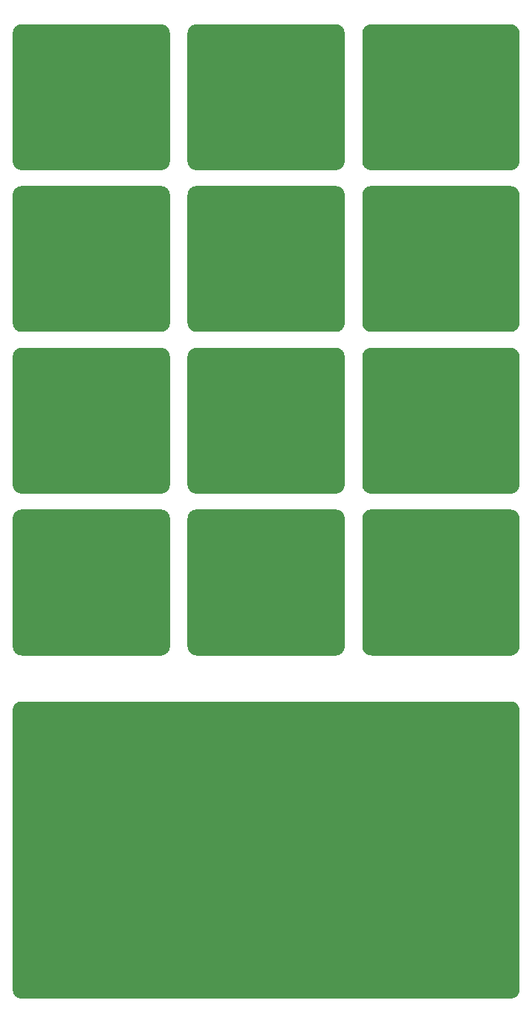
<source format=gbr>
G04 #@! TF.GenerationSoftware,KiCad,Pcbnew,(5.1.7)-1*
G04 #@! TF.CreationDate,2020-11-09T16:31:24+01:00*
G04 #@! TF.ProjectId,Touch-Flaeche,546f7563-682d-4466-9c61-656368652e6b,0.1*
G04 #@! TF.SameCoordinates,Original*
G04 #@! TF.FileFunction,Copper,L2,Bot*
G04 #@! TF.FilePolarity,Positive*
%FSLAX46Y46*%
G04 Gerber Fmt 4.6, Leading zero omitted, Abs format (unit mm)*
G04 Created by KiCad (PCBNEW (5.1.7)-1) date 2020-11-09 16:31:24*
%MOMM*%
%LPD*%
G01*
G04 APERTURE LIST*
G04 #@! TA.AperFunction,ViaPad*
%ADD10C,0.800000*%
G04 #@! TD*
G04 APERTURE END LIST*
G04 #@! TA.AperFunction,SMDPad,CuDef*
G36*
G01*
X93000000Y-145814000D02*
X93000000Y-113786000D01*
G75*
G02*
X93986000Y-112800000I986000J0D01*
G01*
X150014000Y-112800000D01*
G75*
G02*
X151000000Y-113786000I0J-986000D01*
G01*
X151000000Y-145814000D01*
G75*
G02*
X150014000Y-146800000I-986000J0D01*
G01*
X93986000Y-146800000D01*
G75*
G02*
X93000000Y-145814000I0J986000D01*
G01*
G37*
G04 #@! TD.AperFunction*
G04 #@! TA.AperFunction,SMDPad,CuDef*
G36*
G01*
X133000000Y-106531300D02*
X133000000Y-91868700D01*
G75*
G02*
X134018700Y-90850000I1018700J0D01*
G01*
X149981300Y-90850000D01*
G75*
G02*
X151000000Y-91868700I0J-1018700D01*
G01*
X151000000Y-106531300D01*
G75*
G02*
X149981300Y-107550000I-1018700J0D01*
G01*
X134018700Y-107550000D01*
G75*
G02*
X133000000Y-106531300I0J1018700D01*
G01*
G37*
G04 #@! TD.AperFunction*
G04 #@! TA.AperFunction,SMDPad,CuDef*
G36*
G01*
X133000000Y-88031300D02*
X133000000Y-73368700D01*
G75*
G02*
X134018700Y-72350000I1018700J0D01*
G01*
X149981300Y-72350000D01*
G75*
G02*
X151000000Y-73368700I0J-1018700D01*
G01*
X151000000Y-88031300D01*
G75*
G02*
X149981300Y-89050000I-1018700J0D01*
G01*
X134018700Y-89050000D01*
G75*
G02*
X133000000Y-88031300I0J1018700D01*
G01*
G37*
G04 #@! TD.AperFunction*
G04 #@! TA.AperFunction,SMDPad,CuDef*
G36*
G01*
X133000000Y-69531300D02*
X133000000Y-54868700D01*
G75*
G02*
X134018700Y-53850000I1018700J0D01*
G01*
X149981300Y-53850000D01*
G75*
G02*
X151000000Y-54868700I0J-1018700D01*
G01*
X151000000Y-69531300D01*
G75*
G02*
X149981300Y-70550000I-1018700J0D01*
G01*
X134018700Y-70550000D01*
G75*
G02*
X133000000Y-69531300I0J1018700D01*
G01*
G37*
G04 #@! TD.AperFunction*
G04 #@! TA.AperFunction,SMDPad,CuDef*
G36*
G01*
X133000000Y-51031300D02*
X133000000Y-36368700D01*
G75*
G02*
X134018700Y-35350000I1018700J0D01*
G01*
X149981300Y-35350000D01*
G75*
G02*
X151000000Y-36368700I0J-1018700D01*
G01*
X151000000Y-51031300D01*
G75*
G02*
X149981300Y-52050000I-1018700J0D01*
G01*
X134018700Y-52050000D01*
G75*
G02*
X133000000Y-51031300I0J1018700D01*
G01*
G37*
G04 #@! TD.AperFunction*
G04 #@! TA.AperFunction,SMDPad,CuDef*
G36*
G01*
X113000000Y-88031300D02*
X113000000Y-73368700D01*
G75*
G02*
X114018700Y-72350000I1018700J0D01*
G01*
X129981300Y-72350000D01*
G75*
G02*
X131000000Y-73368700I0J-1018700D01*
G01*
X131000000Y-88031300D01*
G75*
G02*
X129981300Y-89050000I-1018700J0D01*
G01*
X114018700Y-89050000D01*
G75*
G02*
X113000000Y-88031300I0J1018700D01*
G01*
G37*
G04 #@! TD.AperFunction*
G04 #@! TA.AperFunction,SMDPad,CuDef*
G36*
G01*
X113000000Y-106531300D02*
X113000000Y-91868700D01*
G75*
G02*
X114018700Y-90850000I1018700J0D01*
G01*
X129981300Y-90850000D01*
G75*
G02*
X131000000Y-91868700I0J-1018700D01*
G01*
X131000000Y-106531300D01*
G75*
G02*
X129981300Y-107550000I-1018700J0D01*
G01*
X114018700Y-107550000D01*
G75*
G02*
X113000000Y-106531300I0J1018700D01*
G01*
G37*
G04 #@! TD.AperFunction*
G04 #@! TA.AperFunction,SMDPad,CuDef*
G36*
G01*
X113000000Y-69531300D02*
X113000000Y-54868700D01*
G75*
G02*
X114018700Y-53850000I1018700J0D01*
G01*
X129981300Y-53850000D01*
G75*
G02*
X131000000Y-54868700I0J-1018700D01*
G01*
X131000000Y-69531300D01*
G75*
G02*
X129981300Y-70550000I-1018700J0D01*
G01*
X114018700Y-70550000D01*
G75*
G02*
X113000000Y-69531300I0J1018700D01*
G01*
G37*
G04 #@! TD.AperFunction*
G04 #@! TA.AperFunction,SMDPad,CuDef*
G36*
G01*
X113000000Y-51031300D02*
X113000000Y-36368700D01*
G75*
G02*
X114018700Y-35350000I1018700J0D01*
G01*
X129981300Y-35350000D01*
G75*
G02*
X131000000Y-36368700I0J-1018700D01*
G01*
X131000000Y-51031300D01*
G75*
G02*
X129981300Y-52050000I-1018700J0D01*
G01*
X114018700Y-52050000D01*
G75*
G02*
X113000000Y-51031300I0J1018700D01*
G01*
G37*
G04 #@! TD.AperFunction*
G04 #@! TA.AperFunction,SMDPad,CuDef*
G36*
G01*
X93000000Y-51031300D02*
X93000000Y-36368700D01*
G75*
G02*
X94018700Y-35350000I1018700J0D01*
G01*
X109981300Y-35350000D01*
G75*
G02*
X111000000Y-36368700I0J-1018700D01*
G01*
X111000000Y-51031300D01*
G75*
G02*
X109981300Y-52050000I-1018700J0D01*
G01*
X94018700Y-52050000D01*
G75*
G02*
X93000000Y-51031300I0J1018700D01*
G01*
G37*
G04 #@! TD.AperFunction*
G04 #@! TA.AperFunction,SMDPad,CuDef*
G36*
G01*
X93000000Y-69531300D02*
X93000000Y-54868700D01*
G75*
G02*
X94018700Y-53850000I1018700J0D01*
G01*
X109981300Y-53850000D01*
G75*
G02*
X111000000Y-54868700I0J-1018700D01*
G01*
X111000000Y-69531300D01*
G75*
G02*
X109981300Y-70550000I-1018700J0D01*
G01*
X94018700Y-70550000D01*
G75*
G02*
X93000000Y-69531300I0J1018700D01*
G01*
G37*
G04 #@! TD.AperFunction*
G04 #@! TA.AperFunction,SMDPad,CuDef*
G36*
G01*
X93000000Y-88031300D02*
X93000000Y-73368700D01*
G75*
G02*
X94018700Y-72350000I1018700J0D01*
G01*
X109981300Y-72350000D01*
G75*
G02*
X111000000Y-73368700I0J-1018700D01*
G01*
X111000000Y-88031300D01*
G75*
G02*
X109981300Y-89050000I-1018700J0D01*
G01*
X94018700Y-89050000D01*
G75*
G02*
X93000000Y-88031300I0J1018700D01*
G01*
G37*
G04 #@! TD.AperFunction*
G04 #@! TA.AperFunction,SMDPad,CuDef*
G36*
G01*
X93000000Y-106531300D02*
X93000000Y-91868700D01*
G75*
G02*
X94018700Y-90850000I1018700J0D01*
G01*
X109981300Y-90850000D01*
G75*
G02*
X111000000Y-91868700I0J-1018700D01*
G01*
X111000000Y-106531300D01*
G75*
G02*
X109981300Y-107550000I-1018700J0D01*
G01*
X94018700Y-107550000D01*
G75*
G02*
X93000000Y-106531300I0J1018700D01*
G01*
G37*
G04 #@! TD.AperFunction*
D10*
X136070000Y-114730000D03*
X137000000Y-105400000D03*
X137000000Y-86900000D03*
X137000000Y-68400000D03*
X137000000Y-49900000D03*
X125900000Y-86900000D03*
X123300000Y-105300000D03*
X120800000Y-68400000D03*
X118300000Y-49900000D03*
X107150000Y-50050000D03*
X107000000Y-68400000D03*
X107050000Y-86950000D03*
X107000000Y-105400000D03*
M02*

</source>
